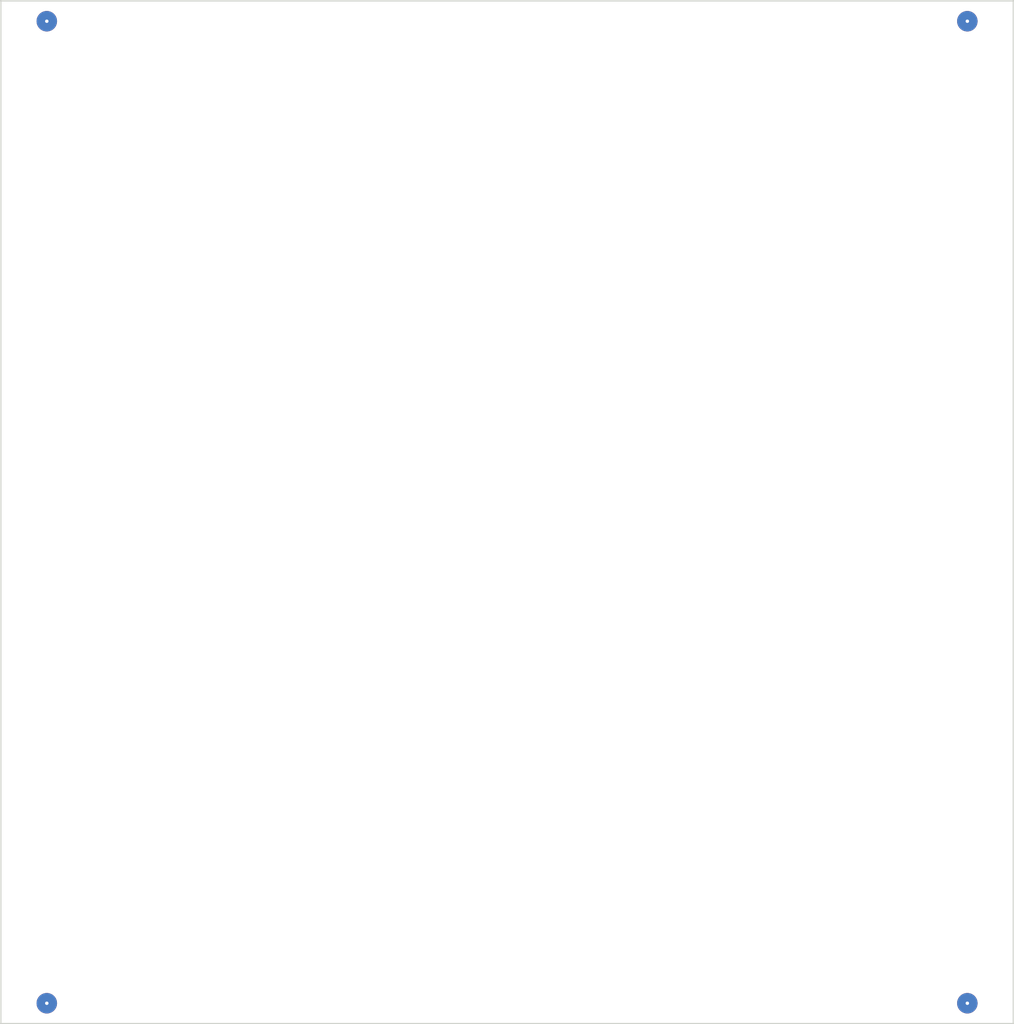
<source format=kicad_pcb>
(kicad_pcb (version 3) (host pcbnew "(2013-07-14 BZR 4242)-testing")

  (general
    (links 0)
    (no_connects 0)
    (area 160.424999 80.1646 259.575001 183.5814)
    (thickness 1.6002)
    (drawings 16)
    (tracks 0)
    (zones 0)
    (modules 14)
    (nets 1)
  )

  (page User 431.8 279.4)
  (title_block
    (title LED-strip_PWM)
    (date "24 May 2013")
    (rev 0.11)
    (company "2012 - blog.spitzenpfeil.org")
  )

  (layers
    (15 Front signal)
    (0 Back signal)
    (18 B.Paste user)
    (19 F.Paste user)
    (20 B.SilkS user)
    (21 F.SilkS user)
    (22 B.Mask user)
    (23 F.Mask user)
    (24 Dwgs.User user)
    (25 Cmts.User user)
    (26 Eco1.User user)
    (27 Eco2.User user)
    (28 Edge.Cuts user)
  )

  (setup
    (last_trace_width 0.1524)
    (user_trace_width 0.1524)
    (user_trace_width 1)
    (user_trace_width 1.5)
    (user_trace_width 2)
    (user_trace_width 2.5)
    (user_trace_width 0.1524)
    (user_trace_width 1)
    (user_trace_width 1.5)
    (user_trace_width 2)
    (user_trace_width 2.5)
    (user_trace_width 0.1524)
    (user_trace_width 1)
    (user_trace_width 1.5)
    (user_trace_width 2)
    (user_trace_width 2.5)
    (user_trace_width 0.1524)
    (user_trace_width 1)
    (user_trace_width 1.5)
    (user_trace_width 2)
    (user_trace_width 2.5)
    (user_trace_width 0.1524)
    (user_trace_width 1)
    (user_trace_width 1.5)
    (user_trace_width 2)
    (user_trace_width 2.5)
    (trace_clearance 0.1524)
    (zone_clearance 0.1524)
    (zone_45_only yes)
    (trace_min 0.1524)
    (segment_width 0.2)
    (edge_width 0.2)
    (via_size 0.635)
    (via_drill 0.3302)
    (via_min_size 0.635)
    (via_min_drill 0.3302)
    (uvia_size 0.508)
    (uvia_drill 0.127)
    (uvias_allowed no)
    (uvia_min_size 0.508)
    (uvia_min_drill 0.127)
    (pcb_text_width 0.2)
    (pcb_text_size 1 1)
    (mod_edge_width 0.2)
    (mod_text_size 0.8 0.8)
    (mod_text_width 0.2)
    (pad_size 2 2)
    (pad_drill 0.333)
    (pad_to_mask_clearance 0)
    (pad_to_paste_clearance_ratio -0.06)
    (aux_axis_origin 0 0)
    (visible_elements 7FFFF77F)
    (pcbplotparams
      (layerselection 536379393)
      (usegerberextensions true)
      (excludeedgelayer true)
      (linewidth 0.150000)
      (plotframeref false)
      (viasonmask false)
      (mode 1)
      (useauxorigin false)
      (hpglpennumber 1)
      (hpglpenspeed 20)
      (hpglpendiameter 15)
      (hpglpenoverlay 0)
      (psnegative false)
      (psa4output false)
      (plotreference true)
      (plotvalue true)
      (plotothertext true)
      (plotinvisibletext false)
      (padsonsilk false)
      (subtractmaskfromsilk true)
      (outputformat 1)
      (mirror false)
      (drillshape 0)
      (scaleselection 1)
      (outputdirectory gerber_files__panel/))
  )

  (net 0 "")

  (net_class Default "This is the default net class."
    (clearance 0.1524)
    (trace_width 0.1524)
    (via_dia 0.635)
    (via_drill 0.3302)
    (uvia_dia 0.508)
    (uvia_drill 0.127)
    (add_net "")
  )

  (net_class Power ""
    (clearance 0.1524)
    (trace_width 0.1524)
    (via_dia 0.635)
    (via_drill 0.3302)
    (uvia_dia 0.508)
    (uvia_drill 0.127)
  )

  (module 1pin (layer Front) (tedit 51A50427) (tstamp 51A502B1)
    (at 255 132)
    (descr "module 1 pin (ou trou mecanique de percage)")
    (tags DEV)
    (path 1pin)
    (fp_text reference SM5 (at 0 -3.048) (layer F.SilkS) hide
      (effects (font (size 1.016 1.016) (thickness 0.254)))
    )
    (fp_text value SM5 (at 0 2.794) (layer F.SilkS) hide
      (effects (font (size 1.016 1.016) (thickness 0.254)))
    )
    (pad "" np_thru_hole circle (at 0 0) (size 2.5 2.5) (drill 2.5)
      (layers *.Cu F.Paste)
      (solder_paste_margin 0.15)
    )
  )

  (module 1pin (layer Front) (tedit 51A50252) (tstamp 51A50239)
    (at 165 132)
    (descr "module 1 pin (ou trou mecanique de percage)")
    (tags DEV)
    (path 1pin)
    (fp_text reference SM2 (at 0 -3.048) (layer F.SilkS) hide
      (effects (font (size 1.016 1.016) (thickness 0.254)))
    )
    (fp_text value SM2 (at 0 2.794) (layer F.SilkS) hide
      (effects (font (size 1.016 1.016) (thickness 0.254)))
    )
    (pad "" np_thru_hole circle (at 0 0) (size 2.5 2.5) (drill 2.5)
      (layers *.Cu F.Paste)
      (solder_paste_margin 0.15)
    )
  )

  (module 1pin (layer Front) (tedit 51A501A4) (tstamp 51A50143)
    (at 165 92)
    (descr "module 1 pin (ou trou mecanique de percage)")
    (tags DEV)
    (path 1pin)
    (fp_text reference SM1 (at 0 -3.048) (layer F.SilkS) hide
      (effects (font (size 1.016 1.016) (thickness 0.254)))
    )
    (fp_text value SM1 (at 0 2.794) (layer F.SilkS) hide
      (effects (font (size 1.016 1.016) (thickness 0.254)))
    )
    (pad "" np_thru_hole circle (at 0 0) (size 2.5 2.5) (drill 2.5)
      (layers *.Cu F.Paste)
      (solder_paste_margin 0.15)
    )
  )

  (module 1pin (layer Front) (tedit 51A5018A) (tstamp 51956575)
    (at 165 172)
    (descr "module 1 pin (ou trou mecanique de percage)")
    (tags DEV)
    (path 1pin)
    (fp_text reference SM3 (at 0 -3.048) (layer F.SilkS) hide
      (effects (font (size 1.016 1.016) (thickness 0.254)))
    )
    (fp_text value SM3 (at 0 2.794) (layer F.SilkS) hide
      (effects (font (size 1.016 1.016) (thickness 0.254)))
    )
    (pad "" np_thru_hole circle (at 0 0) (size 2.5 2.5) (drill 2.5)
      (layers *.Cu F.Paste)
      (solder_paste_margin 0.15)
    )
  )

  (module 1pin (layer Front) (tedit 51A501F6) (tstamp 51CD8C90)
    (at 255 92)
    (descr "module 1 pin (ou trou mecanique de percage)")
    (tags DEV)
    (path 1pin)
    (fp_text reference SM4 (at 0 -3.048) (layer F.SilkS) hide
      (effects (font (size 1.016 1.016) (thickness 0.254)))
    )
    (fp_text value SM4 (at 0 2.794) (layer F.SilkS) hide
      (effects (font (size 1.016 1.016) (thickness 0.254)))
    )
    (pad "" np_thru_hole circle (at 0 0) (size 2.5 2.5) (drill 2.5)
      (layers *.Cu F.Paste)
      (solder_paste_margin 0.15)
    )
  )

  (module 1pin (layer Front) (tedit 51A5021A) (tstamp 51956537)
    (at 255 172)
    (descr "module 1 pin (ou trou mecanique de percage)")
    (tags DEV)
    (path 1pin)
    (fp_text reference SM6 (at 0 -3.048) (layer F.SilkS) hide
      (effects (font (size 1.016 1.016) (thickness 0.254)))
    )
    (fp_text value SM6 (at 0 2.794) (layer F.SilkS) hide
      (effects (font (size 1.016 1.016) (thickness 0.254)))
    )
    (pad "" np_thru_hole circle (at 0 0) (size 2.5 2.5) (drill 2.5)
      (layers *.Cu F.Paste)
      (solder_paste_margin 0.15)
    )
  )

  (module 1pin (layer Front) (tedit 51A50198) (tstamp 5195634E)
    (at 165 167)
    (descr "module 1 pin (ou trou mecanique de percage)")
    (tags DEV)
    (path 1pin)
    (fp_text reference BH2 (at 0 -3.048) (layer F.SilkS) hide
      (effects (font (size 1.016 1.016) (thickness 0.254)))
    )
    (fp_text value BH2 (at 0 2.794) (layer F.SilkS) hide
      (effects (font (size 1.016 1.016) (thickness 0.254)))
    )
    (pad "" np_thru_hole circle (at 0 0) (size 4 4) (drill 4)
      (layers *.Cu)
    )
  )

  (module 1pin (layer Front) (tedit 51A50208) (tstamp 51956319)
    (at 255 167)
    (descr "module 1 pin (ou trou mecanique de percage)")
    (tags DEV)
    (path 1pin)
    (fp_text reference BH4 (at 0 -3.048) (layer F.SilkS) hide
      (effects (font (size 1.016 1.016) (thickness 0.254)))
    )
    (fp_text value BH4 (at 0 2.794) (layer F.SilkS) hide
      (effects (font (size 1.016 1.016) (thickness 0.254)))
    )
    (pad "" np_thru_hole circle (at 0 0) (size 4 4) (drill 4)
      (layers *.Cu)
    )
  )

  (module 1pin (layer Front) (tedit 51A501AC) (tstamp 51A50155)
    (at 165 97)
    (descr "module 1 pin (ou trou mecanique de percage)")
    (tags DEV)
    (path 1pin)
    (fp_text reference BH1 (at 0 -3.048) (layer F.SilkS) hide
      (effects (font (size 1.016 1.016) (thickness 0.254)))
    )
    (fp_text value BH1 (at 0 2.794) (layer F.SilkS) hide
      (effects (font (size 1.016 1.016) (thickness 0.254)))
    )
    (pad "" np_thru_hole circle (at 0 0) (size 4 4) (drill 4)
      (layers *.Cu)
    )
  )

  (module 1pin (layer Front) (tedit 51A501E0) (tstamp 519562A1)
    (at 255 97)
    (descr "module 1 pin (ou trou mecanique de percage)")
    (tags DEV)
    (path 1pin)
    (fp_text reference BH3 (at 0 -3.048) (layer F.SilkS) hide
      (effects (font (size 1.016 1.016) (thickness 0.254)))
    )
    (fp_text value BH3 (at 0 2.794) (layer F.SilkS) hide
      (effects (font (size 1.016 1.016) (thickness 0.254)))
    )
    (pad "" np_thru_hole circle (at 0 0) (size 4 4) (drill 4)
      (layers *.Cu)
    )
  )

  (module 1pin (layer Front) (tedit 518BD3AF) (tstamp 518AC240)
    (at 165 180)
    (descr "module 1 pin (ou trou mecanique de percage)")
    (tags DEV)
    (path 1pin)
    (fp_text reference 1PIN (at 0 -3.048) (layer F.SilkS) hide
      (effects (font (size 1.016 1.016) (thickness 0.254)))
    )
    (fp_text value P*** (at 0 2.794) (layer F.SilkS) hide
      (effects (font (size 1.016 1.016) (thickness 0.254)))
    )
    (pad "" np_thru_hole circle (at 0 0) (size 2 2) (drill 0.333)
      (layers *.Cu *.Mask)
      (solder_mask_margin 1)
      (solder_paste_margin 1)
      (clearance 1)
    )
  )

  (module 1pin (layer Front) (tedit 51E3F006) (tstamp 51A3B934)
    (at 165 84)
    (descr "module 1 pin (ou trou mecanique de percage)")
    (tags DEV)
    (path 1pin)
    (fp_text reference 1PIN (at 0 -3.048) (layer F.SilkS) hide
      (effects (font (size 1.016 1.016) (thickness 0.254)))
    )
    (fp_text value P*** (at 0 2.794) (layer F.SilkS) hide
      (effects (font (size 1.016 1.016) (thickness 0.254)))
    )
    (pad "" np_thru_hole circle (at 0 0) (size 2 2) (drill 0.333)
      (layers *.Cu *.Mask)
      (solder_mask_margin 1)
      (solder_paste_margin 1)
      (clearance 1)
    )
  )

  (module 1pin (layer Front) (tedit 518BD3A2) (tstamp 518AB9F3)
    (at 255 84)
    (descr "module 1 pin (ou trou mecanique de percage)")
    (tags DEV)
    (path 1pin)
    (fp_text reference 1PIN (at 0 -3.048) (layer F.SilkS) hide
      (effects (font (size 1.016 1.016) (thickness 0.254)))
    )
    (fp_text value P*** (at 0 2.794) (layer F.SilkS) hide
      (effects (font (size 1.016 1.016) (thickness 0.254)))
    )
    (pad "" np_thru_hole circle (at 0 0) (size 2 2) (drill 0.333)
      (layers *.Cu *.Mask)
      (solder_mask_margin 1)
      (solder_paste_margin 1)
      (clearance 1)
    )
  )

  (module 1pin (layer Front) (tedit 518BD3A9) (tstamp 518ABA0E)
    (at 255 180)
    (descr "module 1 pin (ou trou mecanique de percage)")
    (tags DEV)
    (path 1pin)
    (fp_text reference 1PIN (at 0 -3.048) (layer F.SilkS) hide
      (effects (font (size 1.016 1.016) (thickness 0.254)))
    )
    (fp_text value P*** (at 0 2.794) (layer F.SilkS) hide
      (effects (font (size 1.016 1.016) (thickness 0.254)))
    )
    (pad "" np_thru_hole circle (at 0 0) (size 2 2) (drill 0.333)
      (layers *.Cu *.Mask)
      (solder_mask_margin 1)
      (solder_paste_margin 1)
      (clearance 1)
    )
  )

  (gr_line (start 259.5 82) (end 259.5 182) (angle 90) (layer Edge.Cuts) (width 0.15))
  (gr_line (start 160.5 182) (end 160.5 82) (angle 90) (layer Edge.Cuts) (width 0.15))
  (gr_line (start 259.5 177.975) (end 160.5 177.975) (angle 90) (layer Eco2.User) (width 0.1) (tstamp 51A3B8AF))
  (gr_line (start 259.5 86.025) (end 160.5 86.025) (angle 90) (layer Eco2.User) (width 0.1) (tstamp 51E3EF7F))
  (gr_line (start 204.5 82) (end 204.5 182) (angle 90) (layer Eco2.User) (width 0.1) (tstamp 51A3B279))
  (gr_line (start 193.5 82) (end 193.5 182) (angle 90) (layer Eco2.User) (width 0.1) (tstamp 51A3B278))
  (gr_line (start 237.5 82) (end 237.5 182) (angle 90) (layer Eco2.User) (width 0.1) (tstamp 51A3B277))
  (gr_line (start 226.5 82) (end 226.5 182) (angle 90) (layer Eco2.User) (width 0.1) (tstamp 51A3B275))
  (gr_line (start 215.5 82) (end 215.5 182) (angle 90) (layer Eco2.User) (width 0.1) (tstamp 51A3B274))
  (gr_line (start 182.5 82) (end 182.5 182) (angle 90) (layer Eco2.User) (width 0.1) (tstamp 51A3B251))
  (gr_line (start 171.5 82) (end 171.5 182) (angle 90) (layer Eco2.User) (width 0.1) (tstamp 51A3B250))
  (gr_line (start 248.5 182) (end 248.5 82) (angle 90) (layer Eco2.User) (width 0.1))
  (gr_line (start 259.5 147.325) (end 160.5 147.325) (angle 90) (layer Eco2.User) (width 0.1))
  (gr_line (start 259.5 116.675) (end 160.5 116.675) (angle 90) (layer Eco2.User) (width 0.1))
  (gr_line (start 259.5 182) (end 160.5 182) (angle 90) (layer Edge.Cuts) (width 0.15) (tstamp 51E3EF80))
  (gr_line (start 259.5 82) (end 160.5 82) (angle 90) (layer Edge.Cuts) (width 0.15))

)

</source>
